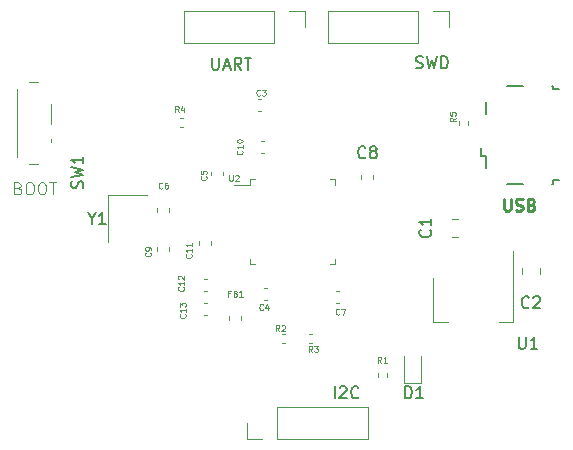
<source format=gbr>
%TF.GenerationSoftware,KiCad,Pcbnew,(6.0.8)*%
%TF.CreationDate,2023-08-22T19:06:44+05:30*%
%TF.ProjectId,stmwork,73746d77-6f72-46b2-9e6b-696361645f70,v1*%
%TF.SameCoordinates,Original*%
%TF.FileFunction,Legend,Top*%
%TF.FilePolarity,Positive*%
%FSLAX46Y46*%
G04 Gerber Fmt 4.6, Leading zero omitted, Abs format (unit mm)*
G04 Created by KiCad (PCBNEW (6.0.8)) date 2023-08-22 19:06:44*
%MOMM*%
%LPD*%
G01*
G04 APERTURE LIST*
%ADD10C,0.250000*%
%ADD11C,0.125000*%
%ADD12C,0.200000*%
%ADD13C,0.150000*%
%ADD14C,0.120000*%
G04 APERTURE END LIST*
D10*
X151265095Y-67397380D02*
X151265095Y-68206904D01*
X151312714Y-68302142D01*
X151360333Y-68349761D01*
X151455571Y-68397380D01*
X151646047Y-68397380D01*
X151741285Y-68349761D01*
X151788904Y-68302142D01*
X151836523Y-68206904D01*
X151836523Y-67397380D01*
X152265095Y-68349761D02*
X152407952Y-68397380D01*
X152646047Y-68397380D01*
X152741285Y-68349761D01*
X152788904Y-68302142D01*
X152836523Y-68206904D01*
X152836523Y-68111666D01*
X152788904Y-68016428D01*
X152741285Y-67968809D01*
X152646047Y-67921190D01*
X152455571Y-67873571D01*
X152360333Y-67825952D01*
X152312714Y-67778333D01*
X152265095Y-67683095D01*
X152265095Y-67587857D01*
X152312714Y-67492619D01*
X152360333Y-67445000D01*
X152455571Y-67397380D01*
X152693666Y-67397380D01*
X152836523Y-67445000D01*
X153598428Y-67873571D02*
X153741285Y-67921190D01*
X153788904Y-67968809D01*
X153836523Y-68064047D01*
X153836523Y-68206904D01*
X153788904Y-68302142D01*
X153741285Y-68349761D01*
X153646047Y-68397380D01*
X153265095Y-68397380D01*
X153265095Y-67397380D01*
X153598428Y-67397380D01*
X153693666Y-67445000D01*
X153741285Y-67492619D01*
X153788904Y-67587857D01*
X153788904Y-67683095D01*
X153741285Y-67778333D01*
X153693666Y-67825952D01*
X153598428Y-67873571D01*
X153265095Y-67873571D01*
D11*
X110148857Y-66476571D02*
X110291714Y-66524190D01*
X110339333Y-66571809D01*
X110386952Y-66667047D01*
X110386952Y-66809904D01*
X110339333Y-66905142D01*
X110291714Y-66952761D01*
X110196476Y-67000380D01*
X109815523Y-67000380D01*
X109815523Y-66000380D01*
X110148857Y-66000380D01*
X110244095Y-66048000D01*
X110291714Y-66095619D01*
X110339333Y-66190857D01*
X110339333Y-66286095D01*
X110291714Y-66381333D01*
X110244095Y-66428952D01*
X110148857Y-66476571D01*
X109815523Y-66476571D01*
X111006000Y-66000380D02*
X111196476Y-66000380D01*
X111291714Y-66048000D01*
X111386952Y-66143238D01*
X111434571Y-66333714D01*
X111434571Y-66667047D01*
X111386952Y-66857523D01*
X111291714Y-66952761D01*
X111196476Y-67000380D01*
X111006000Y-67000380D01*
X110910761Y-66952761D01*
X110815523Y-66857523D01*
X110767904Y-66667047D01*
X110767904Y-66333714D01*
X110815523Y-66143238D01*
X110910761Y-66048000D01*
X111006000Y-66000380D01*
X112053619Y-66000380D02*
X112244095Y-66000380D01*
X112339333Y-66048000D01*
X112434571Y-66143238D01*
X112482190Y-66333714D01*
X112482190Y-66667047D01*
X112434571Y-66857523D01*
X112339333Y-66952761D01*
X112244095Y-67000380D01*
X112053619Y-67000380D01*
X111958380Y-66952761D01*
X111863142Y-66857523D01*
X111815523Y-66667047D01*
X111815523Y-66333714D01*
X111863142Y-66143238D01*
X111958380Y-66048000D01*
X112053619Y-66000380D01*
X112767904Y-66000380D02*
X113339333Y-66000380D01*
X113053619Y-67000380D02*
X113053619Y-66000380D01*
D12*
X136945809Y-84272380D02*
X136945809Y-83272380D01*
X137374380Y-83367619D02*
X137422000Y-83320000D01*
X137517238Y-83272380D01*
X137755333Y-83272380D01*
X137850571Y-83320000D01*
X137898190Y-83367619D01*
X137945809Y-83462857D01*
X137945809Y-83558095D01*
X137898190Y-83700952D01*
X137326761Y-84272380D01*
X137945809Y-84272380D01*
X138945809Y-84177142D02*
X138898190Y-84224761D01*
X138755333Y-84272380D01*
X138660095Y-84272380D01*
X138517238Y-84224761D01*
X138422000Y-84129523D01*
X138374380Y-84034285D01*
X138326761Y-83843809D01*
X138326761Y-83700952D01*
X138374380Y-83510476D01*
X138422000Y-83415238D01*
X138517238Y-83320000D01*
X138660095Y-83272380D01*
X138755333Y-83272380D01*
X138898190Y-83320000D01*
X138945809Y-83367619D01*
X143803857Y-56284761D02*
X143946714Y-56332380D01*
X144184809Y-56332380D01*
X144280047Y-56284761D01*
X144327666Y-56237142D01*
X144375285Y-56141904D01*
X144375285Y-56046666D01*
X144327666Y-55951428D01*
X144280047Y-55903809D01*
X144184809Y-55856190D01*
X143994333Y-55808571D01*
X143899095Y-55760952D01*
X143851476Y-55713333D01*
X143803857Y-55618095D01*
X143803857Y-55522857D01*
X143851476Y-55427619D01*
X143899095Y-55380000D01*
X143994333Y-55332380D01*
X144232428Y-55332380D01*
X144375285Y-55380000D01*
X144708619Y-55332380D02*
X144946714Y-56332380D01*
X145137190Y-55618095D01*
X145327666Y-56332380D01*
X145565761Y-55332380D01*
X145946714Y-56332380D02*
X145946714Y-55332380D01*
X146184809Y-55332380D01*
X146327666Y-55380000D01*
X146422904Y-55475238D01*
X146470523Y-55570476D01*
X146518142Y-55760952D01*
X146518142Y-55903809D01*
X146470523Y-56094285D01*
X146422904Y-56189523D01*
X146327666Y-56284761D01*
X146184809Y-56332380D01*
X145946714Y-56332380D01*
X126547761Y-55459380D02*
X126547761Y-56268904D01*
X126595380Y-56364142D01*
X126643000Y-56411761D01*
X126738238Y-56459380D01*
X126928714Y-56459380D01*
X127023952Y-56411761D01*
X127071571Y-56364142D01*
X127119190Y-56268904D01*
X127119190Y-55459380D01*
X127547761Y-56173666D02*
X128023952Y-56173666D01*
X127452523Y-56459380D02*
X127785857Y-55459380D01*
X128119190Y-56459380D01*
X129023952Y-56459380D02*
X128690619Y-55983190D01*
X128452523Y-56459380D02*
X128452523Y-55459380D01*
X128833476Y-55459380D01*
X128928714Y-55507000D01*
X128976333Y-55554619D01*
X129023952Y-55649857D01*
X129023952Y-55792714D01*
X128976333Y-55887952D01*
X128928714Y-55935571D01*
X128833476Y-55983190D01*
X128452523Y-55983190D01*
X129309666Y-55459380D02*
X129881095Y-55459380D01*
X129595380Y-56459380D02*
X129595380Y-55459380D01*
D13*
%TO.C,SW1*%
X115593761Y-66484333D02*
X115641380Y-66341476D01*
X115641380Y-66103380D01*
X115593761Y-66008142D01*
X115546142Y-65960523D01*
X115450904Y-65912904D01*
X115355666Y-65912904D01*
X115260428Y-65960523D01*
X115212809Y-66008142D01*
X115165190Y-66103380D01*
X115117571Y-66293857D01*
X115069952Y-66389095D01*
X115022333Y-66436714D01*
X114927095Y-66484333D01*
X114831857Y-66484333D01*
X114736619Y-66436714D01*
X114689000Y-66389095D01*
X114641380Y-66293857D01*
X114641380Y-66055761D01*
X114689000Y-65912904D01*
X114641380Y-65579571D02*
X115641380Y-65341476D01*
X114927095Y-65151000D01*
X115641380Y-64960523D01*
X114641380Y-64722428D01*
X115641380Y-63817666D02*
X115641380Y-64389095D01*
X115641380Y-64103380D02*
X114641380Y-64103380D01*
X114784238Y-64198619D01*
X114879476Y-64293857D01*
X114927095Y-64389095D01*
%TO.C,C8*%
X139533333Y-63857142D02*
X139485714Y-63904761D01*
X139342857Y-63952380D01*
X139247619Y-63952380D01*
X139104761Y-63904761D01*
X139009523Y-63809523D01*
X138961904Y-63714285D01*
X138914285Y-63523809D01*
X138914285Y-63380952D01*
X138961904Y-63190476D01*
X139009523Y-63095238D01*
X139104761Y-63000000D01*
X139247619Y-62952380D01*
X139342857Y-62952380D01*
X139485714Y-63000000D01*
X139533333Y-63047619D01*
X140104761Y-63380952D02*
X140009523Y-63333333D01*
X139961904Y-63285714D01*
X139914285Y-63190476D01*
X139914285Y-63142857D01*
X139961904Y-63047619D01*
X140009523Y-63000000D01*
X140104761Y-62952380D01*
X140295238Y-62952380D01*
X140390476Y-63000000D01*
X140438095Y-63047619D01*
X140485714Y-63142857D01*
X140485714Y-63190476D01*
X140438095Y-63285714D01*
X140390476Y-63333333D01*
X140295238Y-63380952D01*
X140104761Y-63380952D01*
X140009523Y-63428571D01*
X139961904Y-63476190D01*
X139914285Y-63571428D01*
X139914285Y-63761904D01*
X139961904Y-63857142D01*
X140009523Y-63904761D01*
X140104761Y-63952380D01*
X140295238Y-63952380D01*
X140390476Y-63904761D01*
X140438095Y-63857142D01*
X140485714Y-63761904D01*
X140485714Y-63571428D01*
X140438095Y-63476190D01*
X140390476Y-63428571D01*
X140295238Y-63380952D01*
D11*
%TO.C,C6*%
X122344666Y-66472571D02*
X122320857Y-66496380D01*
X122249428Y-66520190D01*
X122201809Y-66520190D01*
X122130380Y-66496380D01*
X122082761Y-66448761D01*
X122058952Y-66401142D01*
X122035142Y-66305904D01*
X122035142Y-66234476D01*
X122058952Y-66139238D01*
X122082761Y-66091619D01*
X122130380Y-66044000D01*
X122201809Y-66020190D01*
X122249428Y-66020190D01*
X122320857Y-66044000D01*
X122344666Y-66067809D01*
X122773238Y-66020190D02*
X122678000Y-66020190D01*
X122630380Y-66044000D01*
X122606571Y-66067809D01*
X122558952Y-66139238D01*
X122535142Y-66234476D01*
X122535142Y-66424952D01*
X122558952Y-66472571D01*
X122582761Y-66496380D01*
X122630380Y-66520190D01*
X122725619Y-66520190D01*
X122773238Y-66496380D01*
X122797047Y-66472571D01*
X122820857Y-66424952D01*
X122820857Y-66305904D01*
X122797047Y-66258285D01*
X122773238Y-66234476D01*
X122725619Y-66210666D01*
X122630380Y-66210666D01*
X122582761Y-66234476D01*
X122558952Y-66258285D01*
X122535142Y-66305904D01*
%TO.C,R2*%
X132250666Y-78585190D02*
X132084000Y-78347095D01*
X131964952Y-78585190D02*
X131964952Y-78085190D01*
X132155428Y-78085190D01*
X132203047Y-78109000D01*
X132226857Y-78132809D01*
X132250666Y-78180428D01*
X132250666Y-78251857D01*
X132226857Y-78299476D01*
X132203047Y-78323285D01*
X132155428Y-78347095D01*
X131964952Y-78347095D01*
X132441142Y-78132809D02*
X132464952Y-78109000D01*
X132512571Y-78085190D01*
X132631619Y-78085190D01*
X132679238Y-78109000D01*
X132703047Y-78132809D01*
X132726857Y-78180428D01*
X132726857Y-78228047D01*
X132703047Y-78299476D01*
X132417333Y-78585190D01*
X132726857Y-78585190D01*
D13*
%TO.C,C1*%
X145010142Y-70016666D02*
X145057761Y-70064285D01*
X145105380Y-70207142D01*
X145105380Y-70302380D01*
X145057761Y-70445238D01*
X144962523Y-70540476D01*
X144867285Y-70588095D01*
X144676809Y-70635714D01*
X144533952Y-70635714D01*
X144343476Y-70588095D01*
X144248238Y-70540476D01*
X144153000Y-70445238D01*
X144105380Y-70302380D01*
X144105380Y-70207142D01*
X144153000Y-70064285D01*
X144200619Y-70016666D01*
X145105380Y-69064285D02*
X145105380Y-69635714D01*
X145105380Y-69350000D02*
X144105380Y-69350000D01*
X144248238Y-69445238D01*
X144343476Y-69540476D01*
X144391095Y-69635714D01*
D11*
%TO.C,R3*%
X135044666Y-80363190D02*
X134878000Y-80125095D01*
X134758952Y-80363190D02*
X134758952Y-79863190D01*
X134949428Y-79863190D01*
X134997047Y-79887000D01*
X135020857Y-79910809D01*
X135044666Y-79958428D01*
X135044666Y-80029857D01*
X135020857Y-80077476D01*
X134997047Y-80101285D01*
X134949428Y-80125095D01*
X134758952Y-80125095D01*
X135211333Y-79863190D02*
X135520857Y-79863190D01*
X135354190Y-80053666D01*
X135425619Y-80053666D01*
X135473238Y-80077476D01*
X135497047Y-80101285D01*
X135520857Y-80148904D01*
X135520857Y-80267952D01*
X135497047Y-80315571D01*
X135473238Y-80339380D01*
X135425619Y-80363190D01*
X135282761Y-80363190D01*
X135235142Y-80339380D01*
X135211333Y-80315571D01*
%TO.C,R4*%
X123715025Y-60043190D02*
X123548359Y-59805095D01*
X123429311Y-60043190D02*
X123429311Y-59543190D01*
X123619787Y-59543190D01*
X123667406Y-59567000D01*
X123691216Y-59590809D01*
X123715025Y-59638428D01*
X123715025Y-59709857D01*
X123691216Y-59757476D01*
X123667406Y-59781285D01*
X123619787Y-59805095D01*
X123429311Y-59805095D01*
X124143597Y-59709857D02*
X124143597Y-60043190D01*
X124024549Y-59519380D02*
X123905501Y-59876523D01*
X124215025Y-59876523D01*
%TO.C,C7*%
X137330666Y-77140571D02*
X137306857Y-77164380D01*
X137235428Y-77188190D01*
X137187809Y-77188190D01*
X137116380Y-77164380D01*
X137068761Y-77116761D01*
X137044952Y-77069142D01*
X137021142Y-76973904D01*
X137021142Y-76902476D01*
X137044952Y-76807238D01*
X137068761Y-76759619D01*
X137116380Y-76712000D01*
X137187809Y-76688190D01*
X137235428Y-76688190D01*
X137306857Y-76712000D01*
X137330666Y-76735809D01*
X137497333Y-76688190D02*
X137830666Y-76688190D01*
X137616380Y-77188190D01*
D13*
%TO.C,C2*%
X153376333Y-76557142D02*
X153328714Y-76604761D01*
X153185857Y-76652380D01*
X153090619Y-76652380D01*
X152947761Y-76604761D01*
X152852523Y-76509523D01*
X152804904Y-76414285D01*
X152757285Y-76223809D01*
X152757285Y-76080952D01*
X152804904Y-75890476D01*
X152852523Y-75795238D01*
X152947761Y-75700000D01*
X153090619Y-75652380D01*
X153185857Y-75652380D01*
X153328714Y-75700000D01*
X153376333Y-75747619D01*
X153757285Y-75747619D02*
X153804904Y-75700000D01*
X153900142Y-75652380D01*
X154138238Y-75652380D01*
X154233476Y-75700000D01*
X154281095Y-75747619D01*
X154328714Y-75842857D01*
X154328714Y-75938095D01*
X154281095Y-76080952D01*
X153709666Y-76652380D01*
X154328714Y-76652380D01*
D11*
%TO.C,C9*%
X121336571Y-71965333D02*
X121360380Y-71989142D01*
X121384190Y-72060571D01*
X121384190Y-72108190D01*
X121360380Y-72179619D01*
X121312761Y-72227238D01*
X121265142Y-72251047D01*
X121169904Y-72274857D01*
X121098476Y-72274857D01*
X121003238Y-72251047D01*
X120955619Y-72227238D01*
X120908000Y-72179619D01*
X120884190Y-72108190D01*
X120884190Y-72060571D01*
X120908000Y-71989142D01*
X120931809Y-71965333D01*
X121384190Y-71727238D02*
X121384190Y-71632000D01*
X121360380Y-71584380D01*
X121336571Y-71560571D01*
X121265142Y-71512952D01*
X121169904Y-71489142D01*
X120979428Y-71489142D01*
X120931809Y-71512952D01*
X120908000Y-71536761D01*
X120884190Y-71584380D01*
X120884190Y-71679619D01*
X120908000Y-71727238D01*
X120931809Y-71751047D01*
X120979428Y-71774857D01*
X121098476Y-71774857D01*
X121146095Y-71751047D01*
X121169904Y-71727238D01*
X121193714Y-71679619D01*
X121193714Y-71584380D01*
X121169904Y-71536761D01*
X121146095Y-71512952D01*
X121098476Y-71489142D01*
%TO.C,C5*%
X126035571Y-65488333D02*
X126059380Y-65512142D01*
X126083190Y-65583571D01*
X126083190Y-65631190D01*
X126059380Y-65702619D01*
X126011761Y-65750238D01*
X125964142Y-65774047D01*
X125868904Y-65797857D01*
X125797476Y-65797857D01*
X125702238Y-65774047D01*
X125654619Y-65750238D01*
X125607000Y-65702619D01*
X125583190Y-65631190D01*
X125583190Y-65583571D01*
X125607000Y-65512142D01*
X125630809Y-65488333D01*
X125583190Y-65035952D02*
X125583190Y-65274047D01*
X125821285Y-65297857D01*
X125797476Y-65274047D01*
X125773666Y-65226428D01*
X125773666Y-65107380D01*
X125797476Y-65059761D01*
X125821285Y-65035952D01*
X125868904Y-65012142D01*
X125987952Y-65012142D01*
X126035571Y-65035952D01*
X126059380Y-65059761D01*
X126083190Y-65107380D01*
X126083190Y-65226428D01*
X126059380Y-65274047D01*
X126035571Y-65297857D01*
%TO.C,U2*%
X128016047Y-65385190D02*
X128016047Y-65789952D01*
X128039857Y-65837571D01*
X128063666Y-65861380D01*
X128111285Y-65885190D01*
X128206523Y-65885190D01*
X128254142Y-65861380D01*
X128277952Y-65837571D01*
X128301761Y-65789952D01*
X128301761Y-65385190D01*
X128516047Y-65432809D02*
X128539857Y-65409000D01*
X128587476Y-65385190D01*
X128706523Y-65385190D01*
X128754142Y-65409000D01*
X128777952Y-65432809D01*
X128801761Y-65480428D01*
X128801761Y-65528047D01*
X128777952Y-65599476D01*
X128492238Y-65885190D01*
X128801761Y-65885190D01*
%TO.C,C11*%
X124765571Y-72076428D02*
X124789380Y-72100238D01*
X124813190Y-72171666D01*
X124813190Y-72219285D01*
X124789380Y-72290714D01*
X124741761Y-72338333D01*
X124694142Y-72362142D01*
X124598904Y-72385952D01*
X124527476Y-72385952D01*
X124432238Y-72362142D01*
X124384619Y-72338333D01*
X124337000Y-72290714D01*
X124313190Y-72219285D01*
X124313190Y-72171666D01*
X124337000Y-72100238D01*
X124360809Y-72076428D01*
X124813190Y-71600238D02*
X124813190Y-71885952D01*
X124813190Y-71743095D02*
X124313190Y-71743095D01*
X124384619Y-71790714D01*
X124432238Y-71838333D01*
X124456047Y-71885952D01*
X124813190Y-71124047D02*
X124813190Y-71409761D01*
X124813190Y-71266904D02*
X124313190Y-71266904D01*
X124384619Y-71314523D01*
X124432238Y-71362142D01*
X124456047Y-71409761D01*
D13*
%TO.C,U1*%
X152527095Y-79081380D02*
X152527095Y-79890904D01*
X152574714Y-79986142D01*
X152622333Y-80033761D01*
X152717571Y-80081380D01*
X152908047Y-80081380D01*
X153003285Y-80033761D01*
X153050904Y-79986142D01*
X153098523Y-79890904D01*
X153098523Y-79081380D01*
X154098523Y-80081380D02*
X153527095Y-80081380D01*
X153812809Y-80081380D02*
X153812809Y-79081380D01*
X153717571Y-79224238D01*
X153622333Y-79319476D01*
X153527095Y-79367095D01*
%TO.C,D1*%
X142898904Y-84272380D02*
X142898904Y-83272380D01*
X143137000Y-83272380D01*
X143279857Y-83320000D01*
X143375095Y-83415238D01*
X143422714Y-83510476D01*
X143470333Y-83700952D01*
X143470333Y-83843809D01*
X143422714Y-84034285D01*
X143375095Y-84129523D01*
X143279857Y-84224761D01*
X143137000Y-84272380D01*
X142898904Y-84272380D01*
X144422714Y-84272380D02*
X143851285Y-84272380D01*
X144137000Y-84272380D02*
X144137000Y-83272380D01*
X144041761Y-83415238D01*
X143946523Y-83510476D01*
X143851285Y-83558095D01*
D11*
%TO.C,C3*%
X130599666Y-58598571D02*
X130575857Y-58622380D01*
X130504428Y-58646190D01*
X130456809Y-58646190D01*
X130385380Y-58622380D01*
X130337761Y-58574761D01*
X130313952Y-58527142D01*
X130290142Y-58431904D01*
X130290142Y-58360476D01*
X130313952Y-58265238D01*
X130337761Y-58217619D01*
X130385380Y-58170000D01*
X130456809Y-58146190D01*
X130504428Y-58146190D01*
X130575857Y-58170000D01*
X130599666Y-58193809D01*
X130766333Y-58146190D02*
X131075857Y-58146190D01*
X130909190Y-58336666D01*
X130980619Y-58336666D01*
X131028238Y-58360476D01*
X131052047Y-58384285D01*
X131075857Y-58431904D01*
X131075857Y-58550952D01*
X131052047Y-58598571D01*
X131028238Y-58622380D01*
X130980619Y-58646190D01*
X130837761Y-58646190D01*
X130790142Y-58622380D01*
X130766333Y-58598571D01*
%TO.C,R1*%
X140886666Y-81252190D02*
X140720000Y-81014095D01*
X140600952Y-81252190D02*
X140600952Y-80752190D01*
X140791428Y-80752190D01*
X140839047Y-80776000D01*
X140862857Y-80799809D01*
X140886666Y-80847428D01*
X140886666Y-80918857D01*
X140862857Y-80966476D01*
X140839047Y-80990285D01*
X140791428Y-81014095D01*
X140600952Y-81014095D01*
X141362857Y-81252190D02*
X141077142Y-81252190D01*
X141220000Y-81252190D02*
X141220000Y-80752190D01*
X141172380Y-80823619D01*
X141124761Y-80871238D01*
X141077142Y-80895047D01*
%TO.C,C10*%
X129083571Y-63313428D02*
X129107380Y-63337238D01*
X129131190Y-63408666D01*
X129131190Y-63456285D01*
X129107380Y-63527714D01*
X129059761Y-63575333D01*
X129012142Y-63599142D01*
X128916904Y-63622952D01*
X128845476Y-63622952D01*
X128750238Y-63599142D01*
X128702619Y-63575333D01*
X128655000Y-63527714D01*
X128631190Y-63456285D01*
X128631190Y-63408666D01*
X128655000Y-63337238D01*
X128678809Y-63313428D01*
X129131190Y-62837238D02*
X129131190Y-63122952D01*
X129131190Y-62980095D02*
X128631190Y-62980095D01*
X128702619Y-63027714D01*
X128750238Y-63075333D01*
X128774047Y-63122952D01*
X128631190Y-62527714D02*
X128631190Y-62480095D01*
X128655000Y-62432476D01*
X128678809Y-62408666D01*
X128726428Y-62384857D01*
X128821666Y-62361047D01*
X128940714Y-62361047D01*
X129035952Y-62384857D01*
X129083571Y-62408666D01*
X129107380Y-62432476D01*
X129131190Y-62480095D01*
X129131190Y-62527714D01*
X129107380Y-62575333D01*
X129083571Y-62599142D01*
X129035952Y-62622952D01*
X128940714Y-62646761D01*
X128821666Y-62646761D01*
X128726428Y-62622952D01*
X128678809Y-62599142D01*
X128655000Y-62575333D01*
X128631190Y-62527714D01*
%TO.C,C4*%
X130853666Y-76759571D02*
X130829857Y-76783380D01*
X130758428Y-76807190D01*
X130710809Y-76807190D01*
X130639380Y-76783380D01*
X130591761Y-76735761D01*
X130567952Y-76688142D01*
X130544142Y-76592904D01*
X130544142Y-76521476D01*
X130567952Y-76426238D01*
X130591761Y-76378619D01*
X130639380Y-76331000D01*
X130710809Y-76307190D01*
X130758428Y-76307190D01*
X130829857Y-76331000D01*
X130853666Y-76354809D01*
X131282238Y-76473857D02*
X131282238Y-76807190D01*
X131163190Y-76283380D02*
X131044142Y-76640523D01*
X131353666Y-76640523D01*
%TO.C,R5*%
X147165190Y-60535333D02*
X146927095Y-60702000D01*
X147165190Y-60821047D02*
X146665190Y-60821047D01*
X146665190Y-60630571D01*
X146689000Y-60582952D01*
X146712809Y-60559142D01*
X146760428Y-60535333D01*
X146831857Y-60535333D01*
X146879476Y-60559142D01*
X146903285Y-60582952D01*
X146927095Y-60630571D01*
X146927095Y-60821047D01*
X146665190Y-60082952D02*
X146665190Y-60321047D01*
X146903285Y-60344857D01*
X146879476Y-60321047D01*
X146855666Y-60273428D01*
X146855666Y-60154380D01*
X146879476Y-60106761D01*
X146903285Y-60082952D01*
X146950904Y-60059142D01*
X147069952Y-60059142D01*
X147117571Y-60082952D01*
X147141380Y-60106761D01*
X147165190Y-60154380D01*
X147165190Y-60273428D01*
X147141380Y-60321047D01*
X147117571Y-60344857D01*
%TO.C,C13*%
X124257571Y-77156428D02*
X124281380Y-77180238D01*
X124305190Y-77251666D01*
X124305190Y-77299285D01*
X124281380Y-77370714D01*
X124233761Y-77418333D01*
X124186142Y-77442142D01*
X124090904Y-77465952D01*
X124019476Y-77465952D01*
X123924238Y-77442142D01*
X123876619Y-77418333D01*
X123829000Y-77370714D01*
X123805190Y-77299285D01*
X123805190Y-77251666D01*
X123829000Y-77180238D01*
X123852809Y-77156428D01*
X124305190Y-76680238D02*
X124305190Y-76965952D01*
X124305190Y-76823095D02*
X123805190Y-76823095D01*
X123876619Y-76870714D01*
X123924238Y-76918333D01*
X123948047Y-76965952D01*
X123805190Y-76513571D02*
X123805190Y-76204047D01*
X123995666Y-76370714D01*
X123995666Y-76299285D01*
X124019476Y-76251666D01*
X124043285Y-76227857D01*
X124090904Y-76204047D01*
X124209952Y-76204047D01*
X124257571Y-76227857D01*
X124281380Y-76251666D01*
X124305190Y-76299285D01*
X124305190Y-76442142D01*
X124281380Y-76489761D01*
X124257571Y-76513571D01*
D13*
%TO.C,Y1*%
X116363809Y-69064190D02*
X116363809Y-69540380D01*
X116030476Y-68540380D02*
X116363809Y-69064190D01*
X116697142Y-68540380D01*
X117554285Y-69540380D02*
X116982857Y-69540380D01*
X117268571Y-69540380D02*
X117268571Y-68540380D01*
X117173333Y-68683238D01*
X117078095Y-68778476D01*
X116982857Y-68826095D01*
D11*
%TO.C,C12*%
X124130571Y-74870428D02*
X124154380Y-74894238D01*
X124178190Y-74965666D01*
X124178190Y-75013285D01*
X124154380Y-75084714D01*
X124106761Y-75132333D01*
X124059142Y-75156142D01*
X123963904Y-75179952D01*
X123892476Y-75179952D01*
X123797238Y-75156142D01*
X123749619Y-75132333D01*
X123702000Y-75084714D01*
X123678190Y-75013285D01*
X123678190Y-74965666D01*
X123702000Y-74894238D01*
X123725809Y-74870428D01*
X124178190Y-74394238D02*
X124178190Y-74679952D01*
X124178190Y-74537095D02*
X123678190Y-74537095D01*
X123749619Y-74584714D01*
X123797238Y-74632333D01*
X123821047Y-74679952D01*
X123725809Y-74203761D02*
X123702000Y-74179952D01*
X123678190Y-74132333D01*
X123678190Y-74013285D01*
X123702000Y-73965666D01*
X123725809Y-73941857D01*
X123773428Y-73918047D01*
X123821047Y-73918047D01*
X123892476Y-73941857D01*
X124178190Y-74227571D01*
X124178190Y-73918047D01*
%TO.C,FB1*%
X128107333Y-75402285D02*
X127940666Y-75402285D01*
X127940666Y-75664190D02*
X127940666Y-75164190D01*
X128178761Y-75164190D01*
X128535904Y-75402285D02*
X128607333Y-75426095D01*
X128631142Y-75449904D01*
X128654952Y-75497523D01*
X128654952Y-75568952D01*
X128631142Y-75616571D01*
X128607333Y-75640380D01*
X128559714Y-75664190D01*
X128369238Y-75664190D01*
X128369238Y-75164190D01*
X128535904Y-75164190D01*
X128583523Y-75188000D01*
X128607333Y-75211809D01*
X128631142Y-75259428D01*
X128631142Y-75307047D01*
X128607333Y-75354666D01*
X128583523Y-75378476D01*
X128535904Y-75402285D01*
X128369238Y-75402285D01*
X129131142Y-75664190D02*
X128845428Y-75664190D01*
X128988285Y-75664190D02*
X128988285Y-75164190D01*
X128940666Y-75235619D01*
X128893047Y-75283238D01*
X128845428Y-75307047D01*
D14*
%TO.C,SW1*%
X111040000Y-64410000D02*
X111830000Y-64410000D01*
X111830000Y-57510000D02*
X111040000Y-57510000D01*
X112880000Y-62360000D02*
X112880000Y-62560000D01*
X112880000Y-59360000D02*
X112880000Y-61060000D01*
X110030000Y-58110000D02*
X110030000Y-63810000D01*
%TO.C,C8*%
X139190000Y-65391420D02*
X139190000Y-65672580D01*
X140210000Y-65391420D02*
X140210000Y-65672580D01*
%TO.C,C6*%
X121918000Y-68479580D02*
X121918000Y-68198420D01*
X122938000Y-68479580D02*
X122938000Y-68198420D01*
%TO.C,R2*%
X132432359Y-78868000D02*
X132739641Y-78868000D01*
X132432359Y-79628000D02*
X132739641Y-79628000D01*
%TO.C,C1*%
X146870748Y-69115000D02*
X147393252Y-69115000D01*
X146870748Y-70585000D02*
X147393252Y-70585000D01*
%TO.C,R3*%
X134720359Y-79628000D02*
X135027641Y-79628000D01*
X134720359Y-78868000D02*
X135027641Y-78868000D01*
%TO.C,R4*%
X123798359Y-60580000D02*
X124105641Y-60580000D01*
X123798359Y-61340000D02*
X124105641Y-61340000D01*
%TO.C,C7*%
X137300580Y-76202000D02*
X137019420Y-76202000D01*
X137300580Y-75182000D02*
X137019420Y-75182000D01*
%TO.C,J2*%
X134426000Y-51502000D02*
X134426000Y-52832000D01*
X131826000Y-54162000D02*
X124146000Y-54162000D01*
X133096000Y-51502000D02*
X134426000Y-51502000D01*
X124146000Y-51502000D02*
X124146000Y-54162000D01*
X131826000Y-51502000D02*
X124146000Y-51502000D01*
X131826000Y-51502000D02*
X131826000Y-54162000D01*
%TO.C,C2*%
X152808000Y-73794252D02*
X152808000Y-73271748D01*
X154278000Y-73794252D02*
X154278000Y-73271748D01*
%TO.C,C9*%
X122938000Y-71487420D02*
X122938000Y-71768580D01*
X121918000Y-71487420D02*
X121918000Y-71768580D01*
%TO.C,J4*%
X144018000Y-51502000D02*
X136338000Y-51502000D01*
X136338000Y-51502000D02*
X136338000Y-54162000D01*
X145288000Y-51502000D02*
X146618000Y-51502000D01*
X146618000Y-51502000D02*
X146618000Y-52832000D01*
X144018000Y-54162000D02*
X136338000Y-54162000D01*
X144018000Y-51502000D02*
X144018000Y-54162000D01*
%TO.C,C5*%
X127510000Y-65405580D02*
X127510000Y-65124420D01*
X126490000Y-65405580D02*
X126490000Y-65124420D01*
%TO.C,U2*%
X130190000Y-72952000D02*
X129740000Y-72952000D01*
X136510000Y-72952000D02*
X136960000Y-72952000D01*
X136960000Y-65732000D02*
X136960000Y-66182000D01*
X129740000Y-65732000D02*
X129740000Y-66182000D01*
X136510000Y-65732000D02*
X136960000Y-65732000D01*
X136960000Y-72952000D02*
X136960000Y-72502000D01*
X129740000Y-72952000D02*
X129740000Y-72502000D01*
X129740000Y-66182000D02*
X128450000Y-66182000D01*
X130190000Y-65732000D02*
X129740000Y-65732000D01*
%TO.C,C11*%
X126494000Y-71260580D02*
X126494000Y-70979420D01*
X125474000Y-71260580D02*
X125474000Y-70979420D01*
%TO.C,U1*%
X152066000Y-71846000D02*
X152066000Y-77856000D01*
X152066000Y-77856000D02*
X150806000Y-77856000D01*
X145246000Y-74096000D02*
X145246000Y-77856000D01*
X145246000Y-77856000D02*
X146506000Y-77856000D01*
%TO.C,J1*%
X132090000Y-85030000D02*
X139770000Y-85030000D01*
X139770000Y-87690000D02*
X139770000Y-85030000D01*
X130820000Y-87690000D02*
X129490000Y-87690000D01*
X129490000Y-87690000D02*
X129490000Y-86360000D01*
X132090000Y-87690000D02*
X132090000Y-85030000D01*
X132090000Y-87690000D02*
X139770000Y-87690000D01*
%TO.C,D1*%
X142775000Y-80734000D02*
X142775000Y-83019000D01*
X144245000Y-83019000D02*
X144245000Y-80734000D01*
X142775000Y-83019000D02*
X144245000Y-83019000D01*
%TO.C,C3*%
X130415420Y-59946000D02*
X130696580Y-59946000D01*
X130415420Y-58926000D02*
X130696580Y-58926000D01*
%TO.C,R1*%
X141350000Y-82142359D02*
X141350000Y-82449641D01*
X140590000Y-82142359D02*
X140590000Y-82449641D01*
D13*
%TO.C,J3*%
X149753000Y-60181000D02*
X149753000Y-59181000D01*
X151503000Y-66131000D02*
X152903000Y-66131000D01*
X152903000Y-57831000D02*
X151503000Y-57831000D01*
X155453000Y-58131000D02*
X155453000Y-57831000D01*
X155453000Y-57831000D02*
X155303000Y-57831000D01*
X155903000Y-58131000D02*
X155453000Y-58131000D01*
X149328000Y-63056000D02*
X149328000Y-63781000D01*
X155453000Y-66131000D02*
X155453000Y-65831000D01*
X155453000Y-65831000D02*
X155903000Y-65831000D01*
X155303000Y-66131000D02*
X155453000Y-66131000D01*
X149328000Y-63781000D02*
X149753000Y-63781000D01*
X149753000Y-63781000D02*
X149753000Y-64781000D01*
D14*
%TO.C,C10*%
X130682420Y-63502000D02*
X130963580Y-63502000D01*
X130682420Y-62482000D02*
X130963580Y-62482000D01*
%TO.C,C4*%
X130910420Y-75948000D02*
X131191580Y-75948000D01*
X130910420Y-74928000D02*
X131191580Y-74928000D01*
%TO.C,R5*%
X148208000Y-60806359D02*
X148208000Y-61113641D01*
X147448000Y-60806359D02*
X147448000Y-61113641D01*
%TO.C,C13*%
X126124580Y-76198000D02*
X125843420Y-76198000D01*
X126124580Y-77218000D02*
X125843420Y-77218000D01*
%TO.C,Y1*%
X121030000Y-67088000D02*
X117730000Y-67088000D01*
X117730000Y-67088000D02*
X117730000Y-71088000D01*
%TO.C,C12*%
X126124580Y-74166000D02*
X125843420Y-74166000D01*
X126124580Y-75186000D02*
X125843420Y-75186000D01*
%TO.C,FB1*%
X128014000Y-77658279D02*
X128014000Y-77332721D01*
X129034000Y-77658279D02*
X129034000Y-77332721D01*
%TD*%
M02*

</source>
